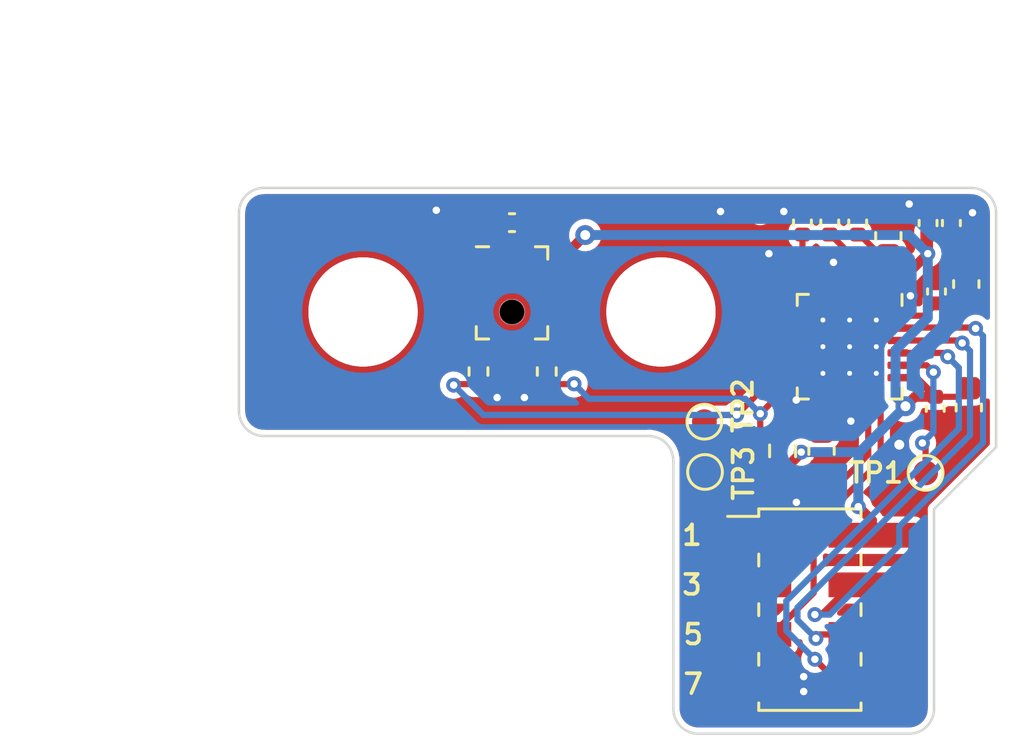
<source format=kicad_pcb>
(kicad_pcb (version 20210424) (generator pcbnew)
  (layers (0 "F.Cu" signal) (31 "B.Cu" signal) (34 "B.Paste" user) (35 "F.Paste" user) (36 "B.SilkS" user "B.Silkscreen") (37 "F.SilkS" user "F.Silkscreen") (38 "B.Mask" user) (39 "F.Mask" user) (44 "Edge.Cuts" user))
  (net 0 "")
  (net 1 "GND")
  (net 2 "Net-(C102-Pad2)")
  (net 3 "+3V3")
  (net 4 "Net-(C103-Pad2)")
  (net 5 "Net-(C104-Pad2)")
  (net 6 "/SHDNZ")
  (net 7 "/SDOUT")
  (net 8 "/SCL")
  (net 9 "/BCLK")
  (net 10 "/SDA")
  (net 11 "/FSYNC")
  (net 12 "Net-(C108-Pad2)")
  (net 13 "Net-(MIC101-Pad1)")
  (net 14 "Net-(MIC101-Pad4)")
  (net 15 "Net-(R101-Pad2)")
  (net 16 "Net-(R102-Pad2)")
  (net 20 "Net-(TP1-Pad1)")
  (footprint "Capacitor_SMD:C_0402_1005Metric" (layer "F.Cu") (at 12.8 -3.6 -90)
    (fp_text reference "C103" hide)
    (fp_text value "1uF")
    (fp_line (start -0.107836 -0.36) (end 0.107836 -0.36) (layer "F.SilkS") (width 0.12))
    (fp_line (start -0.107836 0.36) (end 0.107836 0.36) (layer "F.SilkS") (width 0.12))
    (pad "1" smd roundrect locked (at -0.48 0 270) (size 0.56 0.62) (layers "F.Cu" "F.Paste" "F.Mask") (net 1 "GND"))
    (pad "2" smd roundrect locked (at 0.48 0 270) (size 0.56 0.62) (layers "F.Cu" "F.Paste" "F.Mask") (net 4 "Net-(C103-Pad2)"))
  )
  (footprint "Capacitor_SMD:C_0402_1005Metric" (layer "F.Cu") (at 17.1 -0.825 -90)
    (fp_text reference "C109" hide)
    (fp_text value "100nF")
    (fp_line (start -0.107836 -0.36) (end 0.107836 -0.36) (layer "F.SilkS") (width 0.12))
    (fp_line (start -0.107836 0.36) (end 0.107836 0.36) (layer "F.SilkS") (width 0.12))
    (pad "1" smd roundrect locked (at -0.48 0 270) (size 0.56 0.62) (layers "F.Cu" "F.Paste" "F.Mask") (net 1 "GND"))
    (pad "2" smd roundrect locked (at 0.48 0 270) (size 0.56 0.62) (layers "F.Cu" "F.Paste" "F.Mask") (net 12 "Net-(C108-Pad2)"))
  )
  (footprint "TestPoint:TestPoint_Pad_D1.0mm" (layer "F.Cu") (at 16.660284 6.485377)
    (fp_text reference "TP1" (at -2 0) (layer "F.SilkS") (effects (font (size 0.8 0.8))))
    (fp_text value "TestPoint")
    (fp_circle (center 0 0) (end 0 0.7) (layer "F.SilkS") (width 0.12) (fill none))
    (pad "1" smd circle locked (at 0 0) (size 1 1) (layers "F.Cu" "F.Mask") (net 20 "Net-(TP1-Pad1)"))
  )
  (footprint "Capacitor_SMD:C_0603_1608Metric" (layer "F.Cu") (at 15.16 -3.06 -90)
    (fp_text reference "C104" hide)
    (fp_text value "10uF")
    (fp_line (start -0.14058 0.51) (end 0.14058 0.51) (layer "F.SilkS") (width 0.12))
    (fp_line (start -0.14058 -0.51) (end 0.14058 -0.51) (layer "F.SilkS") (width 0.12))
    (pad "1" smd roundrect locked (at -0.775 0 270) (size 0.9 0.95) (layers "F.Cu" "F.Paste" "F.Mask") (net 1 "GND"))
    (pad "2" smd roundrect locked (at 0.775 0 270) (size 0.9 0.95) (layers "F.Cu" "F.Paste" "F.Mask") (net 5 "Net-(C104-Pad2)"))
  )
  (footprint "Capacitor_SMD:C_0402_1005Metric" (layer "F.Cu") (at 17.05 3.9 -90)
    (fp_text reference "C111" hide)
    (fp_text value "100nF")
    (fp_line (start -0.107836 -0.36) (end 0.107836 -0.36) (layer "F.SilkS") (width 0.12))
    (fp_line (start -0.107836 0.36) (end 0.107836 0.36) (layer "F.SilkS") (width 0.12))
    (pad "1" smd roundrect locked (at -0.48 0 270) (size 0.56 0.62) (layers "F.Cu" "F.Paste" "F.Mask") (net 3 "+3V3"))
    (pad "2" smd roundrect locked (at 0.48 0 270) (size 0.56 0.62) (layers "F.Cu" "F.Paste" "F.Mask") (net 1 "GND"))
  )
  (footprint "TestPoint:TestPoint_Pad_D1.0mm" (layer "F.Cu") (at 7.775 6.45)
    (fp_text reference "TP3" (at 1.55 0.05 90) (layer "F.SilkS") (effects (font (size 0.8 0.8))))
    (fp_text value "TestPoint")
    (fp_circle (center 0 0) (end 0 0.7) (layer "F.SilkS") (width 0.12) (fill none))
    (pad "1" smd circle locked (at 0 0) (size 1 1) (layers "F.Cu" "F.Mask") (net 16 "Net-(R102-Pad2)"))
  )
  (footprint "Capacitor_SMD:C_0603_1608Metric" (layer "F.Cu") (at 18.4 3.85 -90)
    (fp_text reference "C110" hide)
    (fp_text value "10uF")
    (fp_line (start -0.14058 -0.51) (end 0.14058 -0.51) (layer "F.SilkS") (width 0.12))
    (fp_line (start -0.14058 0.51) (end 0.14058 0.51) (layer "F.SilkS") (width 0.12))
    (pad "1" smd roundrect locked (at -0.775 0 270) (size 0.9 0.95) (layers "F.Cu" "F.Paste" "F.Mask") (net 3 "+3V3"))
    (pad "2" smd roundrect locked (at 0.775 0 270) (size 0.9 0.95) (layers "F.Cu" "F.Paste" "F.Mask") (net 1 "GND"))
  )
  (footprint "Capacitor_SMD:C_0603_1608Metric" (layer "F.Cu") (at 12.468745 5.6 90)
    (fp_text reference "C112" hide)
    (fp_text value "1uF")
    (fp_line (start -0.14058 -0.51) (end 0.14058 -0.51) (layer "F.SilkS") (width 0.12))
    (fp_line (start -0.14058 0.51) (end 0.14058 0.51) (layer "F.SilkS") (width 0.12))
    (pad "1" smd roundrect locked (at -0.775 0 90) (size 0.9 0.95) (layers "F.Cu" "F.Paste" "F.Mask") (net 1 "GND"))
    (pad "2" smd roundrect locked (at 0.775 0 90) (size 0.9 0.95) (layers "F.Cu" "F.Paste" "F.Mask") (net 6 "/SHDNZ"))
  )
  (footprint "Capacitor_SMD:C_0402_1005Metric" (layer "F.Cu") (at 16.76 -3.585 -90)
    (fp_text reference "C107" hide)
    (fp_text value "100nF")
    (fp_line (start -0.107836 0.36) (end 0.107836 0.36) (layer "F.SilkS") (width 0.12))
    (fp_line (start -0.107836 -0.36) (end 0.107836 -0.36) (layer "F.SilkS") (width 0.12))
    (pad "1" smd roundrect locked (at -0.48 0 270) (size 0.56 0.62) (layers "F.Cu" "F.Paste" "F.Mask") (net 1 "GND"))
    (pad "2" smd roundrect locked (at 0.48 0 270) (size 0.56 0.62) (layers "F.Cu" "F.Paste" "F.Mask") (net 3 "+3V3"))
  )
  (footprint "Mounting_Wuerth:Mounting_Wuerth_WA-SMSI-M3_H7mm_9774070360" (layer "F.Cu") (at 6 0)
    (fp_text reference "H102" hide)
    (fp_text value "wurth-spacer-WA-SMSI-9774070360")
    (pad "" np_thru_hole circle locked (at 0 0) (size 4.4 4.4) (drill 4.4) (layers *.Cu *.Mask))
    (pad "1" smd circle locked (at -2.95 0) (size 1.1 1.1) (layers "F.Cu") (net 1 "GND"))
    (pad "1" smd circle locked (at 0 -2.95) (size 1.1 1.1) (layers "F.Cu") (net 1 "GND"))
    (pad "1" smd circle locked (at 0 2.95) (size 1.1 1.1) (layers "F.Cu") (net 1 "GND"))
    (pad "1" smd custom locked (at 2.95 0) (size 1.1 1.1) (layers "F.Cu" "F.Mask") (net 1 "GND") (options (clearance outline) (anchor circle)) (primitives (gr_circle (center -2.95 0) (end 0 0) (width 1.5))))
  )
  (footprint "Resistor_SMD:R_0402_1005Metric" (layer "F.Cu") (at 1.4 2.4 -90)
    (fp_text reference "R102" hide)
    (fp_text value "22R")
    (fp_line (start -0.153641 0.38) (end 0.153641 0.38) (layer "F.SilkS") (width 0.12))
    (fp_line (start -0.153641 -0.38) (end 0.153641 -0.38) (layer "F.SilkS") (width 0.12))
    (pad "1" smd roundrect locked (at -0.51 0 270) (size 0.54 0.64) (layers "F.Cu" "F.Paste" "F.Mask") (net 14 "Net-(MIC101-Pad4)"))
    (pad "2" smd roundrect locked (at 0.51 0 270) (size 0.54 0.64) (layers "F.Cu" "F.Paste" "F.Mask") (net 16 "Net-(R102-Pad2)"))
  )
  (footprint "jeffmakes-footprints:PinHeader_2x04_P2.00mm_Vertical_SMD_AMPMODU" (layer "F.Cu") (at 12 12)
    (fp_text reference "J101" hide)
    (fp_text value "2842142-4")
    (fp_line (start -2.06 -4.06) (end -2.06 -3.76) (layer "F.SilkS") (width 0.12))
    (fp_line (start -2.06 -2.24) (end -2.06 -1.76) (layer "F.SilkS") (width 0.12))
    (fp_line (start -2.06 1.76) (end -2.06 2.24) (layer "F.SilkS") (width 0.12))
    (fp_line (start -2.06 4.06) (end 2.06 4.06) (layer "F.SilkS") (width 0.12))
    (fp_line (start 2.06 -2.24) (end 2.06 -1.76) (layer "F.SilkS") (width 0.12))
    (fp_line (start -2.06 3.76) (end -2.06 4.06) (layer "F.SilkS") (width 0.12))
    (fp_line (start -3.315 -3.76) (end -2.06 -3.76) (layer "F.SilkS") (width 0.12))
    (fp_line (start -2.06 -4.06) (end 2.06 -4.06) (layer "F.SilkS") (width 0.12))
    (fp_line (start 2.06 1.76) (end 2.06 2.24) (layer "F.SilkS") (width 0.12))
    (fp_line (start 2.06 -0.24) (end 2.06 0.24) (layer "F.SilkS") (width 0.12))
    (fp_line (start -2.06 -0.24) (end -2.06 0.24) (layer "F.SilkS") (width 0.12))
    (fp_line (start 2.06 -4.06) (end 2.06 -3.76) (layer "F.SilkS") (width 0.12))
    (fp_line (start 2.06 3.76) (end 2.06 4.06) (layer "F.SilkS") (width 0.12))
    (pad "1" smd rect locked (at -2.5 -3) (size 3.5 1) (layers "F.Cu" "F.Paste" "F.Mask") (net 6 "/SHDNZ"))
    (pad "2" smd rect locked (at 2.5 -3) (size 3.5 1) (layers "F.Cu" "F.Paste" "F.Mask") (net 3 "+3V3"))
    (pad "3" smd rect locked (at -2.5 -1) (size 3.5 1) (layers "F.Cu" "F.Paste" "F.Mask") (net 8 "/SCL"))
    (pad "4" smd rect locked (at 2.5 -1) (size 3.5 1) (layers "F.Cu" "F.Paste" "F.Mask") (net 11 "/FSYNC"))
    (pad "5" smd rect locked (at -2.5 1) (size 3.5 1) (layers "F.Cu" "F.Paste" "F.Mask") (net 10 "/SDA"))
    (pad "6" smd rect locked (at 2.5 1) (size 3.5 1) (layers "F.Cu" "F.Paste" "F.Mask") (net 9 "/BCLK"))
    (pad "7" smd rect locked (at -2.5 3) (size 3.5 1) (layers "F.Cu" "F.Paste" "F.Mask") (net 1 "GND"))
    (pad "8" smd rect locked (at 2.5 3) (size 3.5 1) (layers "F.Cu" "F.Paste" "F.Mask") (net 7 "/SDOUT"))
  )
  (footprint "Resistor_SMD:R_0402_1005Metric" (layer "F.Cu") (at -1.35 2.4 -90)
    (fp_text reference "R101" hide)
    (fp_text value "22R")
    (fp_line (start -0.153641 -0.38) (end 0.153641 -0.38) (layer "F.SilkS") (width 0.12))
    (fp_line (start -0.153641 0.38) (end 0.153641 0.38) (layer "F.SilkS") (width 0.12))
    (pad "1" smd roundrect locked (at -0.51 0 270) (size 0.54 0.64) (layers "F.Cu" "F.Paste" "F.Mask") (net 13 "Net-(MIC101-Pad1)"))
    (pad "2" smd roundrect locked (at 0.51 0 270) (size 0.54 0.64) (layers "F.Cu" "F.Paste" "F.Mask") (net 15 "Net-(R101-Pad2)"))
  )
  (footprint "Package_DFN_QFN:QFN-24-1EP_4x4mm_P0.5mm_EP2.65x2.65mm_ThermalVias" (layer "F.Cu") (at 13.6 1.4 -90)
    (fp_text reference "U101" hide)
    (fp_text value "PCMD3180")
    (fp_line (start 1.66 2.11) (end 2.11 2.11) (layer "F.SilkS") (width 0.12))
    (fp_line (start 1.66 -2.11) (end 2.11 -2.11) (layer "F.SilkS") (width 0.12))
    (fp_line (start -1.66 -2.11) (end -2.11 -2.11) (layer "F.SilkS") (width 0.12))
    (fp_line (start 2.11 -2.11) (end 2.11 -1.66) (layer "F.SilkS") (width 0.12))
    (fp_line (start -2.11 2.11) (end -2.11 1.66) (layer "F.SilkS") (width 0.12))
    (fp_line (start -1.66 2.11) (end -2.11 2.11) (layer "F.SilkS") (width 0.12))
    (fp_line (start 2.11 2.11) (end 2.11 1.66) (layer "F.SilkS") (width 0.12))
    (pad "1" smd roundrect locked (at -1.95 -1.25 270) (size 0.85 0.3) (layers "F.Cu" "F.Paste" "F.Mask") (net 3 "+3V3"))
    (pad "2" smd roundrect locked (at -1.95 -0.75 270) (size 0.85 0.3) (layers "F.Cu" "F.Paste" "F.Mask") (net 5 "Net-(C104-Pad2)"))
    (pad "3" smd roundrect locked (at -1.95 -0.25 270) (size 0.85 0.3) (layers "F.Cu" "F.Paste" "F.Mask") (net 4 "Net-(C103-Pad2)"))
    (pad "4" smd roundrect locked (at -1.95 0.25 270) (size 0.85 0.3) (layers "F.Cu" "F.Paste" "F.Mask") (net 1 "GND"))
    (pad "5" smd roundrect locked (at -1.95 0.75 270) (size 0.85 0.3) (layers "F.Cu" "F.Paste" "F.Mask") (net 2 "Net-(C102-Pad2)"))
    (pad "6" smd roundrect locked (at -1.95 1.25 270) (size 0.85 0.3) (layers "F.Cu" "F.Paste" "F.Mask") (net 15 "Net-(R101-Pad2)"))
    (pad "7" smd roundrect locked (at -1.25 1.95 270) (size 0.3 0.85) (layers "F.Cu" "F.Paste" "F.Mask") (net 16 "Net-(R102-Pad2)"))
    (pad "8" smd roundrect locked (at -0.75 1.95 270) (size 0.3 0.85) (layers "F.Cu" "F.Paste" "F.Mask") (net 1 "GND"))
    (pad "9" smd roundrect locked (at -0.25 1.95 270) (size 0.3 0.85) (layers "F.Cu" "F.Paste" "F.Mask"))
    (pad "10" smd roundrect locked (at 0.25 1.95 270) (size 0.3 0.85) (layers "F.Cu" "F.Paste" "F.Mask") (net 1 "GND"))
    (pad "11" smd roundrect locked (at 0.75 1.95 270) (size 0.3 0.85) (layers "F.Cu" "F.Paste" "F.Mask"))
    (pad "12" smd roundrect locked (at 1.25 1.95 270) (size 0.3 0.85) (layers "F.Cu" "F.Paste" "F.Mask") (net 1 "GND"))
    (pad "13" smd roundrect locked (at 1.95 1.25 270) (size 0.85 0.3) (layers "F.Cu" "F.Paste" "F.Mask"))
    (pad "14" smd roundrect locked (at 1.95 0.75 270) (size 0.85 0.3) (layers "F.Cu" "F.Paste" "F.Mask") (net 6 "/SHDNZ"))
    (pad "15" smd roundrect locked (at 1.95 0.25 270) (size 0.85 0.3) (layers "F.Cu" "F.Paste" "F.Mask") (net 1 "GND"))
    (pad "16" smd roundrect locked (at 1.95 -0.25 270) (size 0.85 0.3) (layers "F.Cu" "F.Paste" "F.Mask") (net 1 "GND"))
    (pad "17" smd roundrect locked (at 1.95 -0.75 270) (size 0.85 0.3) (layers "F.Cu" "F.Paste" "F.Mask") (net 8 "/SCL"))
    (pad "18" smd roundrect locked (at 1.95 -1.25 270) (size 0.85 0.3) (layers "F.Cu" "F.Paste" "F.Mask") (net 10 "/SDA"))
    (pad "19" smd roundrect locked (at 1.25 -1.95 270) (size 0.3 0.85) (layers "F.Cu" "F.Paste" "F.Mask") (net 3 "+3V3"))
    (pad "20" smd roundrect locked (at 0.75 -1.95 270) (size 0.3 0.85) (layers "F.Cu" "F.Paste" "F.Mask") (net 20 "Net-(TP1-Pad1)"))
    (pad "21" smd roundrect locked (at 0.25 -1.95 270) (size 0.3 0.85) (layers "F.Cu" "F.Paste" "F.Mask") (net 7 "/SDOUT"))
    (pad "22" smd roundrect locked (at -0.25 -1.95 270) (size 0.3 0.85) (layers "F.Cu" "F.Paste" "F.Mask") (net 9 "/BCLK"))
    (pad "23" smd roundrect locked (at -0.75 -1.95 270) (size 0.3 0.85) (layers "F.Cu" "F.Paste" "F.Mask") (net 11 "/FSYNC"))
    (pad "24" smd roundrect locked (at -1.25 -1.95 270) (size 0.3 0.85) (layers "F.Cu" "F.Paste" "F.Mask") (net 12 "Net-(C108-Pad2)"))
    (pad "25" thru_hole circle locked (at 1.075 0 270) (size 0.5 0.5) (drill 0.2) (layers *.Cu) (net 1 "GND"))
    (pad "25" thru_hole circle locked (at 0 0 270) (size 0.5 0.5) (drill 0.2) (layers *.Cu) (net 1 "GND"))
    (pad "25" thru_hole circle locked (at 0 1.075 270) (size 0.5 0.5) (drill 0.2) (layers *.Cu) (net 1 "GND"))
    (pad "25" smd rect locked (at 0 0 270) (size 2.65 2.65) (layers "F.Cu" "F.Mask") (net 1 "GND"))
    (pad "25" thru_hole circle locked (at 1.075 1.075 270) (size 0.5 0.5) (drill 0.2) (layers *.Cu) (net 1 "GND"))
    (pad "25" thru_hole circle locked (at -1.075 0 270) (size 0.5 0.5) (drill 0.2) (layers *.Cu) (net 1 "GND"))
    (pad "25" thru_hole circle locked (at -1.075 -1.075 270) (size 0.5 0.5) (drill 0.2) (layers *.Cu) (net 1 "GND"))
    (pad "25" thru_hole circle locked (at -1.075 1.075 270) (size 0.5 0.5) (drill 0.2) (layers *.Cu) (net 1 "GND"))
    (pad "25" thru_hole circle locked (at 1.075 -1.075 270) (size 0.5 0.5) (drill 0.2) (layers *.Cu) (net 1 "GND"))
    (pad "25" smd rect locked (at 0 0 270) (size 2.65 2.65) (layers "B.Cu") (net 1 "GND"))
    (pad "25" thru_hole circle locked (at 0 -1.075 270) (size 0.5 0.5) (drill 0.2) (layers *.Cu) (net 1 "GND"))
  )
  (footprint "Mounting_Wuerth:Mounting_Wuerth_WA-SMSI-M3_H7mm_9774070360" (layer "F.Cu") (at -6 0)
    (fp_text reference "H101" hide)
    (fp_text value "wurth-spacer-WA-SMSI-9774070360")
    (pad "" np_thru_hole circle locked (at 0 0) (size 4.4 4.4) (drill 4.4) (layers *.Cu *.Mask))
    (pad "1" smd circle locked (at -2.95 0) (size 1.1 1.1) (layers "F.Cu") (net 1 "GND"))
    (pad "1" smd circle locked (at 0 -2.95) (size 1.1 1.1) (layers "F.Cu") (net 1 "GND"))
    (pad "1" smd circle locked (at 0 2.95) (size 1.1 1.1) (layers "F.Cu") (net 1 "GND"))
    (pad "1" smd custom locked (at 2.95 0) (size 1.1 1.1) (layers "F.Cu" "F.Mask") (net 1 "GND") (options (clearance outline) (anchor circle)) (primitives (gr_circle (center -2.95 0) (end 0 0) (width 1.5))))
  )
  (footprint "Capacitor_SMD:C_0402_1005Metric" (layer "F.Cu") (at 17.7 -3.585 -90)
    (fp_text reference "C106" hide)
    (fp_text value "1uF")
    (fp_line (start -0.107836 0.36) (end 0.107836 0.36) (layer "F.SilkS") (width 0.12))
    (fp_line (start -0.107836 -0.36) (end 0.107836 -0.36) (layer "F.SilkS") (width 0.12))
    (pad "1" smd roundrect locked (at -0.48 0 270) (size 0.56 0.62) (layers "F.Cu" "F.Paste" "F.Mask") (net 1 "GND"))
    (pad "2" smd roundrect locked (at 0.48 0 270) (size 0.56 0.62) (layers "F.Cu" "F.Paste" "F.Mask") (net 3 "+3V3"))
  )
  (footprint "Fiducial:Fiducial_0.5mm_Mask1mm" (layer "F.Cu") (at -10 4)
    (fp_text reference "FID2" hide)
    (fp_text value "Fiducial" hide)
    (pad "" smd circle locked (at 0 0) (size 0.5 0.5) (layers "F.Cu" "F.Mask") (clearance 0.25))
  )
  (footprint "Capacitor_SMD:C_0402_1005Metric" (layer "F.Cu") (at 11.7 -3.6 -90)
    (fp_text reference "C102" hide)
    (fp_text value "1uF")
    (fp_line (start -0.107836 0.36) (end 0.107836 0.36) (layer "F.SilkS") (width 0.12))
    (fp_line (start -0.107836 -0.36) (end 0.107836 -0.36) (layer "F.SilkS") (width 0.12))
    (pad "1" smd roundrect locked (at -0.48 0 270) (size 0.56 0.62) (layers "F.Cu" "F.Paste" "F.Mask") (net 1 "GND"))
    (pad "2" smd roundrect locked (at 0.48 0 270) (size 0.56 0.62) (layers "F.Cu" "F.Paste" "F.Mask") (net 2 "Net-(C102-Pad2)"))
  )
  (footprint "Fiducial:Fiducial_0.5mm_Mask1mm" (layer "F.Cu") (at 10 -4)
    (fp_text reference "FID1" hide)
    (fp_text value "Fiducial" hide)
    (pad "" smd circle locked (at 0 0) (size 0.5 0.5) (layers "F.Cu" "F.Mask") (clearance 0.25))
  )
  (footprint "Sensor_Audio:Knowles_LGA-5_3.5x2.65mm" (layer "F.Cu") (at 0 -0.77)
    (fp_text reference "MIC101" hide)
    (fp_text value "SPH0641LU4H-1")
    (fp_line (start -0.94 -1.86) (end -1.44 -1.86) (layer "F.SilkS") (width 0.12))
    (fp_line (start 1.44 1.36) (end 1.44 1.86) (layer "F.SilkS") (width 0.12))
    (fp_line (start 1.44 -1.86) (end 1.44 -1.36) (layer "F.SilkS") (width 0.12))
    (fp_line (start 1.44 1.86) (end 0.94 1.86) (layer "F.SilkS") (width 0.12))
    (fp_line (start -0.94 1.86) (end -1.44 1.86) (layer "F.SilkS") (width 0.12))
    (fp_line (start -1.44 1.36) (end -1.44 1.86) (layer "F.SilkS") (width 0.12))
    (fp_line (start 1.44 -1.86) (end 0.94 -1.86) (layer "F.SilkS") (width 0.12))
    (pad "" np_thru_hole circle locked (at 0 0.77) (size 1 1) (drill 1) (layers "Dwgs.User"))
    (pad "1" smd rect locked (at -0.8375 -1.304) (size 0.725 0.522) (layers "F.Cu" "F.Paste" "F.Mask") (net 13 "Net-(MIC101-Pad1)"))
    (pad "2" smd rect locked (at -0.8375 -0.482) (size 0.725 0.522) (layers "F.Cu" "F.Paste" "F.Mask") (net 3 "+3V3"))
    (pad "3" smd custom locked (at 0 1.4325) (size 0.3 0.3) (layers "F.Cu" "F.Mask") (net 1 "GND") (options (clearance outline) (anchor circle)) (primitives (gr_circle (center 0 -0.6625) (end 0.6625 -0.6625) (width 0.3))))
    (pad "4" smd rect locked (at 0.8375 -0.482) (size 0.725 0.522) (layers "F.Cu" "F.Paste" "F.Mask") (net 14 "Net-(MIC101-Pad4)"))
    (pad "5" smd rect locked (at 0.8375 -1.304) (size 0.725 0.522) (layers "F.Cu" "F.Paste" "F.Mask") (net 3 "+3V3"))
  )
  (footprint "Resistor_SMD:R_0603_1608Metric" (layer "F.Cu") (at 10.9 5.6 -90)
    (fp_text reference "R103" hide)
    (fp_text value "100k")
    (fp_line (start -0.237258 0.5225) (end 0.237258 0.5225) (layer "F.SilkS") (width 0.12))
    (fp_line (start -0.237258 -0.5225) (end 0.237258 -0.5225) (layer "F.SilkS") (width 0.12))
    (pad "1" smd roundrect locked (at -0.825 0 270) (size 0.8 0.95) (layers "F.Cu" "F.Paste" "F.Mask") (net 6 "/SHDNZ"))
    (pad "2" smd roundrect locked (at 0.825 0 270) (size 0.8 0.95) (layers "F.Cu" "F.Paste" "F.Mask") (net 3 "+3V3"))
  )
  (footprint "TestPoint:TestPoint_Pad_D1.0mm" (layer "F.Cu") (at 7.75 4.425)
    (fp_text reference "TP2" (at 1.55 -0.65 90) (layer "F.SilkS") (effects (font (size 0.8 0.8))))
    (fp_text value "TestPoint")
    (fp_circle (center 0 0) (end 0 0.7) (layer "F.SilkS") (width 0.12) (fill none))
    (pad "1" smd circle locked (at 0 0) (size 1 1) (layers "F.Cu" "F.Mask") (net 15 "Net-(R101-Pad2)"))
  )
  (footprint "Capacitor_SMD:C_0603_1608Metric" (layer "F.Cu") (at 18.3 -1.125 -90)
    (fp_text reference "C108" hide)
    (fp_text value "10uF")
    (fp_line (start -0.14058 0.51) (end 0.14058 0.51) (layer "F.SilkS") (width 0.12))
    (fp_line (start -0.14058 -0.51) (end 0.14058 -0.51) (layer "F.SilkS") (width 0.12))
    (pad "1" smd roundrect locked (at -0.775 0 270) (size 0.9 0.95) (layers "F.Cu" "F.Paste" "F.Mask") (net 1 "GND"))
    (pad "2" smd roundrect locked (at 0.775 0 270) (size 0.9 0.95) (layers "F.Cu" "F.Paste" "F.Mask") (net 12 "Net-(C108-Pad2)"))
  )
  (footprint "Capacitor_SMD:C_0402_1005Metric" (layer "F.Cu") (at 13.925 -3.6 -90)
    (fp_text reference "C105" hide)
    (fp_text value "100nF")
    (fp_line (start -0.107836 0.36) (end 0.107836 0.36) (layer "F.SilkS") (width 0.12))
    (fp_line (start -0.107836 -0.36) (end 0.107836 -0.36) (layer "F.SilkS") (width 0.12))
    (pad "1" smd roundrect locked (at -0.48 0 270) (size 0.56 0.62) (layers "F.Cu" "F.Paste" "F.Mask") (net 1 "GND"))
    (pad "2" smd roundrect locked (at 0.48 0 270) (size 0.56 0.62) (layers "F.Cu" "F.Paste" "F.Mask") (net 5 "Net-(C104-Pad2)"))
  )
  (footprint "Capacitor_SMD:C_0402_1005Metric" (layer "F.Cu") (at 0 -3.6 180)
    (fp_text reference "C101" hide)
    (fp_text value "100nF")
    (fp_line (start -0.107836 -0.36) (end 0.107836 -0.36) (layer "F.SilkS") (width 0.12))
    (fp_line (start -0.107836 0.36) (end 0.107836 0.36) (layer "F.SilkS") (width 0.12))
    (pad "1" smd roundrect locked (at -0.48 0 180) (size 0.56 0.62) (layers "F.Cu" "F.Paste" "F.Mask") (net 3 "+3V3"))
    (pad "2" smd roundrect locked (at 0.48 0 180) (size 0.56 0.62) (layers "F.Cu" "F.Paste" "F.Mask") (net 1 "GND"))
  )
  (gr_arc (start -10.000003 -4) (end -11 -4) (angle 90) (layer "Edge.Cuts") (width 0.1))
  (gr_line (start 5.5 5) (end -10 5) (layer "Edge.Cuts") (width 0.1))
  (gr_arc (start 7.5 16.000003) (end 7.5 17) (angle 90) (layer "Edge.Cuts") (width 0.1))
  (gr_arc (start 16.000003 16) (end 17 16) (angle 90) (layer "Edge.Cuts") (width 0.1))
  (gr_line (start 19.5 5.45) (end 17 7.95) (layer "Edge.Cuts") (width 0.1))
  (gr_line (start -10 -5) (end 18.5 -5) (layer "Edge.Cuts") (width 0.1))
  (gr_line (start 17 7.95) (end 17 16) (layer "Edge.Cuts") (width 0.1))
  (gr_arc (start 5.5 5.999997) (end 5.5 5) (angle 90) (layer "Edge.Cuts") (width 0.1))
  (gr_line (start 6.5 16) (end 6.5 6) (layer "Edge.Cuts") (width 0.1))
  (gr_line (start 16 17) (end 7.5 17) (layer "Edge.Cuts") (width 0.1))
  (gr_arc (start 18.5 -4.000003) (end 18.5 -5) (angle 90) (layer "Edge.Cuts") (width 0.1))
  (gr_arc (start -10 4.000003) (end -10 5) (angle 90) (layer "Edge.Cuts") (width 0.1))
  (gr_line (start 19.5 -4) (end 19.5 5.45) (layer "Edge.Cuts") (width 0.1))
  (gr_line (start -11 4) (end -11 -4) (layer "Edge.Cuts") (width 0.1))
  (gr_text "5" (at 7.3 13) (layer "F.SilkS") (effects (font (size 0.8 0.8))))
  (gr_text "7" (at 7.3 15) (layer "F.SilkS") (effects (font (size 0.8 0.8))))
  (gr_text "3" (at 7.25 11) (layer "F.SilkS") (effects (font (size 0.8 0.8))))
  (gr_text "1" (at 7.25 9) (layer "F.SilkS") (effects (font (size 0.8 0.8))))
  (segment (start 11.15 0.659298) (end 10.9 0.909298) (width 0.25) (layer "F.Cu") (net 1))
  (segment (start 0 0.6625) (end 0 1.4) (width 0.25) (layer "F.Cu") (net 1))
  (segment (start 11.15 0.65) (end 11.15 0.659298) (width 0.25) (layer "F.Cu") (net 1))
  (segment (start 13.35 -0.55) (end 13.35 -1.6) (width 0.25) (layer "F.Cu") (net 1))
  (segment (start 13.35 3.35) (end 13.35 3.85) (width 0.25) (layer "F.Cu") (net 1))
  (segment (start 10.9 1.6) (end 10.9 2.6) (width 0.25) (layer "F.Cu") (net 1))
  (segment (start 10.9 2.6) (end 10.9 3) (width 0.25) (layer "F.Cu") (net 1))
  (segment (start 0 1.4) (end 0 1.85) (width 0.25) (layer "F.Cu") (net 1))
  (segment (start 11.65 1.65) (end 11.1 1.65) (width 0.25) (layer "F.Cu") (net 1))
  (segment (start 10.9 3) (end 11.45 3.55) (width 0.25) (layer "F.Cu") (net 1))
  (segment (start 13.35 -1.6) (end 12.95 -2) (width 0.25) (layer "F.Cu") (net 1))
  (segment (start 10.95 2.65) (end 10.9 2.6) (width 0.25) (layer "F.Cu") (net 1))
  (segment (start 10.9 0.909298) (end 10.9 1.6) (width 0.25) (layer "F.Cu") (net 1))
  (segment (start 10.95 1.65) (end 10.9 1.6) (width 0.25) (layer "F.Cu") (net 1))
  (segment (start 11.65 1.65) (end 10.95 1.65) (width 0.25) (layer "F.Cu") (net 1))
  (segment (start 11.65 0.65) (end 11.15 0.65) (width 0.25) (layer "F.Cu") (net 1))
  (segment (start 11.65 2.65) (end 10.95 2.65) (width 0.25) (layer "F.Cu") (net 1))
  (segment (start 11.65 2.65) (end 11.1 2.65) (width 0.25) (layer "F.Cu") (net 1))
  (segment (start -0.662569 0) (end -1.2 0) (width 0.25) (layer "F.Cu") (net 1))
  (segment (start 13.85 3.35) (end 13.85 3.85) (width 0.25) (layer "F.Cu") (net 1))
  (segment (start 11.65 0.65) (end 11.1 0.65) (width 0.25) (layer "F.Cu") (net 1))
  (via (at -0.6 3.45) (size 0.6) (drill 0.3) (layers "F.Cu" "B.Cu") (net 1))
  (via (at 15.6 5.35) (size 0.8) (drill 0.4) (layers "F.Cu" "B.Cu") (net 1))
  (via (at 0.5 3.45) (size 0.6) (drill 0.3) (layers "F.Cu" "B.Cu") (net 1))
  (via (at 11.75 14.7) (size 0.6) (drill 0.3) (layers "F.Cu" "B.Cu") (net 1))
  (via (at 13.65 4.4) (size 0.6) (drill 0.3) (layers "F.Cu" "B.Cu") (net 1))
  (via (at 12.95 -2) (size 0.6) (drill 0.3) (layers "F.Cu" "B.Cu") (net 1))
  (via (at 11.75 15.3) (size 0.6) (drill 0.3) (layers "F.Cu" "B.Cu") (net 1))
  (via (at 16 -4.35) (size 0.6) (drill 0.3) (layers "F.Cu" "B.Cu") (net 1))
  (via (at 10.35 -2.35) (size 0.6) (drill 0.3) (layers "F.Cu" "B.Cu") (net 1))
  (via (at -3.05 -4.1) (size 0.6) (drill 0.3) (layers "F.Cu" "B.Cu") (net 1))
  (via (at 16.04999 -0.65) (size 0.6) (drill 0.3) (layers "F.Cu" "B.Cu") (net 1))
  (via (at 18.55 -4) (size 0.6) (drill 0.3) (layers "F.Cu" "B.Cu") (net 1))
  (via (at 11.455944 7.673746) (size 0.6) (drill 0.3) (layers "F.Cu" "B.Cu") (net 1))
  (via (at 8.4 -4.05) (size 0.6) (drill 0.3) (layers "F.Cu" "B.Cu") (net 1))
  (via (at 11.45 3.55) (size 0.6) (drill 0.3) (layers "F.Cu" "B.Cu") (net 1))
  (via (at 10.95 -4.05) (size 0.6) (drill 0.3) (layers "F.Cu" "B.Cu") (net 1))
  (segment (start 12.85 -1.1) (end 12.85 -0.55) (width 0.25) (layer "F.Cu") (net 2))
  (segment (start 11.7 -3.12) (end 11.7 -2.25) (width 0.25) (layer "F.Cu") (net 2))
  (segment (start 11.7 -2.25) (end 12.85 -1.1) (width 0.25) (layer "F.Cu") (net 2))
  (segment (start 14.5 8.4) (end 13.95 7.85) (width 0.4) (layer "F.Cu") (net 3))
  (segment (start 15.9 2.65) (end 16.28 2.65) (width 0.3) (layer "F.Cu") (net 3))
  (segment (start 0.8375 -2.074) (end 1.924 -2.074) (width 0.4) (layer "F.Cu") (net 3))
  (segment (start 15.55 2.65) (end 15.9 2.65) (width 0.25) (layer "F.Cu") (net 3))
  (segment (start 10.9 6.418421) (end 10.825 6.493421) (width 0.25) (layer "F.Cu") (net 3))
  (segment (start 1.924 -2.074) (end 2.95 -3.1) (width 0.4) (layer "F.Cu") (net 3))
  (segment (start 16.23 3.42) (end 15.85 3.8) (width 0.4) (layer "F.Cu") (net 3))
  (segment (start -0.371002 -1.252) (end 0.450998 -2.074) (width 0.25) (layer "F.Cu") (net 3))
  (segment (start 11.181579 6.418421) (end 10.9 6.418421) (width 0.4) (layer "F.Cu") (net 3))
  (segment (start 16.76 -3.105) (end 17.66 -3.105) (width 0.4) (layer "F.Cu") (net 3))
  (segment (start 0.450998 -2.074) (end 0.8375 -2.074) (width 0.25) (layer "F.Cu") (net 3))
  (segment (start 17.05 3.42) (end 16.23 3.42) (width 0.4) (layer "F.Cu") (net 3))
  (segment (start 16.28 2.65) (end 17.05 3.42) (width 0.3) (layer "F.Cu") (net 3))
  (segment (start -0.8375 -1.252) (end -0.371002 -1.252) (width 0.25) (layer "F.Cu") (net 3))
  (segment (start 17.05 3.42) (end 18.055 3.42) (width 0.25) (layer "F.Cu") (net 3))
  (segment (start 18.055 3.42) (end 18.4 3.075) (width 0.25) (layer "F.Cu") (net 3))
  (segment (start 15.7 -1.3) (end 16.75 -2.35) (width 0.4) (layer "F.Cu") (net 3))
  (segment (start 14.5 9) (end 14.5 8.4) (width 0.4) (layer "F.Cu") (net 3))
  (segment (start 16.76 -2.36) (end 16.76 -3.105) (width 0.4) (layer "F.Cu") (net 3))
  (segment (start 14.85 -0.55) (end 14.85 -1.05) (width 0.3) (layer "F.Cu") (net 3))
  (segment (start 15.7 -1.3) (end 15.1 -1.3) (width 0.4) (layer "F.Cu") (net 3))
  (segment (start 0.8375 -3.2425) (end 0.48 -3.6) (width 0.25) (layer "F.Cu") (net 3))
  (segment (start 11.65 5.675) (end 10.9 6.425) (width 0.4) (layer "F.Cu") (net 3))
  (segment (start 0.8375 -2.074) (end 0.8375 -3.2425) (width 0.25) (layer "F.Cu") (net 3))
  (segment (start 10.825 6.493421) (end 10.825 6.725) (width 0.25) (layer "F.Cu") (net 3))
  (segment (start 16.75 -2.35) (end 16.76 -2.36) (width 0.4) (layer "F.Cu") (net 3))
  (segment (start 14.85 -1.05) (end 15.1 -1.3) (width 0.3) (layer "F.Cu") (net 3))
  (segment (start 11.65 5.65) (end 11.65 5.675) (width 0.4) (layer "F.Cu") (net 3))
  (via (at 16.75 -2.35) (size 0.6) (drill 0.3) (layers "F.Cu" "B.Cu") (net 3))
  (via (at 13.95 7.85) (size 0.6) (drill 0.3) (layers "F.Cu" "B.Cu") (net 3))
  (via (at 2.95 -3.1) (size 0.8) (drill 0.4) (layers "F.Cu" "B.Cu") (net 3))
  (via (at 15.85 3.8) (size 0.8) (drill 0.4) (layers "F.Cu" "B.Cu") (net 3))
  (via (at 11.65 5.65) (size 0.6) (drill 0.3) (layers "F.Cu" "B.Cu") (net 3))
  (segment (start 16.75 0.2343) (end 16.75 -2.35) (width 0.4) (layer "B.Cu") (net 3))
  (segment (start 11.65 5.65) (end 14 5.65) (width 0.4) (layer "B.Cu") (net 3))
  (segment (start 16 -3.1) (end 2.95 -3.1) (width 0.4) (layer "B.Cu") (net 3))
  (segment (start 15.45 1.5343) (end 16.75 0.2343) (width 0.4) (layer "B.Cu") (net 3))
  (segment (start 13.95 5.7) (end 14 5.65) (width 0.4) (layer "B.Cu") (net 3))
  (segment (start 13.95 7.85) (end 13.95 5.7) (width 0.4) (layer "B.Cu") (net 3))
  (segment (start 15.45 3.4) (end 15.45 1.5343) (width 0.4) (layer "B.Cu") (net 3))
  (segment (start 16.75 -2.35) (end 16 -3.1) (width 0.4) (layer "B.Cu") (net 3))
  (segment (start 14 5.65) (end 15.85 3.8) (width 0.4) (layer "B.Cu") (net 3))
  (segment (start 15.85 3.8) (end 15.45 3.4) (width 0.4) (layer "B.Cu") (net 3))
  (segment (start 13.85 -0.55) (end 13.85 -2.101188) (width 0.25) (layer "F.Cu") (net 4))
  (segment (start 12.831188 -3.12) (end 12.8 -3.12) (width 0.25) (layer "F.Cu") (net 4))
  (segment (start 13.85 -2.101188) (end 12.831188 -3.12) (width 0.25) (layer "F.Cu") (net 4))
  (segment (start 14.35 -1.475) (end 15.16 -2.285) (width 0.25) (layer "F.Cu") (net 5))
  (segment (start 14.835 -2.285) (end 14 -3.12) (width 0.25) (layer "F.Cu") (net 5))
  (segment (start 15.16 -2.285) (end 14.835 -2.285) (width 0.25) (layer "F.Cu") (net 5))
  (segment (start 14.35 -0.55) (end 14.35 -1.475) (width 0.25) (layer "F.Cu") (net 5))
  (segment (start 8.75 8.875) (end 8.875 9) (width 0.25) (layer "F.Cu") (net 6))
  (segment (start 8.75 6.8) (end 9.85 5.7) (width 0.25) (layer "F.Cu") (net 6))
  (segment (start 10.977801 4.846222) (end 10.9 4.768421) (width 0.25) (layer "F.Cu") (net 6))
  (segment (start 12.85 4.464967) (end 12.468745 4.846222) (width 0.25) (layer "F.Cu") (net 6))
  (segment (start 10.9 4.768421) (end 10.781579 4.768421) (width 0.25) (layer "F.Cu") (net 6))
  (segment (start 8.75 7.4) (end 8.75 6.8) (width 0.25) (layer "F.Cu") (net 6))
  (segment (start 12.468745 4.846222) (end 10.977801 4.846222) (width 0.25) (layer "F.Cu") (net 6))
  (segment (start 8.75 7.4) (end 8.75 8.875) (width 0.25) (layer "F.Cu") (net 6))
  (segment (start 10.781579 4.768421) (end 9.85 5.7) (width 0.25) (layer "F.Cu") (net 6))
  (segment (start 12.85 3.35) (end 12.85 4.464967) (width 0.25) (layer "F.Cu") (net 6))
  (segment (start 14.5 15) (end 13.2 15) (width 0.25) (layer "F.Cu") (net 7))
  (segment (start 15.55 1.65) (end 17.4 1.65) (width 0.25) (layer "F.Cu") (net 7))
  (segment (start 13.2 15) (end 12.2 14) (width 0.25) (layer "F.Cu") (net 7))
  (segment (start 17.4 1.65) (end 17.55 1.8) (width 0.25) (layer "F.Cu") (net 7))
  (via (at 17.55 1.8) (size 0.6) (drill 0.3) (layers "F.Cu" "B.Cu") (net 7))
  (via (at 12.2 14) (size 0.6) (drill 0.3) (layers "F.Cu" "B.Cu") (net 7))
  (segment (start 17.55 1.8) (end 18 2.25) (width 0.25) (layer "B.Cu") (net 7))
  (segment (start 18 4.7) (end 11.05 11.65) (width 0.25) (layer "B.Cu") (net 7))
  (segment (start 11.05 12.85) (end 12.2 14) (width 0.25) (layer "B.Cu") (net 7))
  (segment (start 11.05 11.65) (end 11.05 12.85) (width 0.25) (layer "B.Cu") (net 7))
  (segment (start 18 2.25) (end 18 4.7) (width 0.25) (layer "B.Cu") (net 7))
  (segment (start 12.413589 7.6) (end 12.5 7.6) (width 0.25) (layer "F.Cu") (net 8))
  (segment (start 11.7 9.95) (end 11.7 8.313589) (width 0.25) (layer "F.Cu") (net 8))
  (segment (start 9.5 11) (end 10.65 11) (width 0.25) (layer "F.Cu") (net 8))
  (segment (start 9.6 11) (end 8.875 11) (width 0.25) (layer "F.Cu") (net 8))
  (segment (start 11.7 8.313589) (end 12.413589 7.6) (width 0.25) (layer "F.Cu") (net 8))
  (segment (start 10.65 11) (end 11.7 9.95) (width 0.25) (layer "F.Cu") (net 8))
  (segment (start 14.35 5.75) (end 14.35 3.35) (width 0.25) (layer "F.Cu") (net 8))
  (segment (start 12.5 7.6) (end 14.35 5.75) (width 0.25) (layer "F.Cu") (net 8))
  (segment (start 15.55 1.15) (end 18.030793 1.15) (width 0.25) (layer "F.Cu") (net 9))
  (segment (start 14.5 13) (end 12.4 13) (width 0.25) (layer "F.Cu") (net 9))
  (segment (start 12.4 13) (end 12.241949 13.158051) (width 0.25) (layer "F.Cu") (net 9))
  (segment (start 18.030793 1.15) (end 18.133725 1.252932) (width 0.25) (layer "F.Cu") (net 9))
  (via (at 18.133725 1.252932) (size 0.6) (drill 0.3) (layers "F.Cu" "B.Cu") (net 9))
  (via (at 12.241949 13.158051) (size 0.6) (drill 0.3) (layers "F.Cu" "B.Cu") (net 9))
  (segment (start 11.5 11.91359) (end 11.5 12.416102) (width 0.25) (layer "B.Cu") (net 9))
  (segment (start 11.5 12.416102) (end 12.241949 13.158051) (width 0.25) (layer "B.Cu") (net 9))
  (segment (start 18.450011 1.569218) (end 18.450011 4.963579) (width 0.25) (layer "B.Cu") (net 9))
  (segment (start 18.450011 4.963579) (end 11.5 11.91359) (width 0.25) (layer "B.Cu") (net 9))
  (segment (start 18.133725 1.252932) (end 18.450011 1.569218) (width 0.25) (layer "B.Cu") (net 9))
  (segment (start 9.5 13) (end 10.474996 13) (width 0.25) (layer "F.Cu") (net 10))
  (segment (start 14.85 6) (end 14.85 3.35) (width 0.25) (layer "F.Cu") (net 10))
  (segment (start 12.799989 8.050011) (end 14.85 6) (width 0.25) (layer "F.Cu") (net 10))
  (segment (start 12.599989 8.050011) (end 12.799989 8.050011) (width 0.25) (layer "F.Cu") (net 10))
  (segment (start 12.15 11.324996) (end 12.15 8.5) (width 0.25) (layer "F.Cu") (net 10))
  (segment (start 10.474996 13) (end 12.15 11.324996) (width 0.25) (layer "F.Cu") (net 10))
  (segment (start 12.15 8.5) (end 12.599989 8.050011) (width 0.25) (layer "F.Cu") (net 10))
  (segment (start 15.55 0.65) (end 15.57207 0.62793) (width 0.25) (layer "F.Cu") (net 11))
  (segment (start 15.57207 0.62793) (end 18.639075 0.62793) (width 0.25) (layer "F.Cu") (net 11))
  (segment (start 13.664998 11) (end 12.464998 12.2) (width 0.25) (layer "F.Cu") (net 11))
  (segment (start 14.5 11) (end 13.664998 11) (width 0.25) (layer "F.Cu") (net 11))
  (segment (start 12.464998 12.2) (end 12.2 12.2) (width 0.25) (layer "F.Cu") (net 11))
  (segment (start 18.639075 0.62793) (end 18.674709 0.663564) (width 0.25) (layer "F.Cu") (net 11))
  (via (at 18.674709 0.663564) (size 0.6) (drill 0.3) (layers "F.Cu" "B.Cu") (net 11))
  (via (at 12.2 12.2) (size 0.6) (drill 0.3) (layers "F.Cu" "B.Cu") (net 11))
  (segment (start 18.974708 0.963563) (end 18.974708 5.275292) (width 0.25) (layer "B.Cu") (net 11))
  (segment (start 18.95 5.3) (end 15.6 8.65) (width 0.25) (layer "B.Cu") (net 11))
  (segment (start 12.8 12.2) (end 12.2 12.2) (width 0.25) (layer "B.Cu") (net 11))
  (segment (start 15.6 9.4) (end 12.8 12.2) (width 0.25) (layer "B.Cu") (net 11))
  (segment (start 18.674709 0.663564) (end 18.974708 0.963563) (width 0.25) (layer "B.Cu") (net 11))
  (segment (start 15.6 8.65) (end 15.6 9.4) (width 0.25) (layer "B.Cu") (net 11))
  (segment (start 18.974708 5.275292) (end 18.95 5.3) (width 0.25) (layer "B.Cu") (net 11))
  (segment (start 17.1 -0.345) (end 18.295 -0.345) (width 0.25) (layer "F.Cu") (net 12))
  (segment (start 18.295 -0.345) (end 18.3 -0.35) (width 0.25) (layer "F.Cu") (net 12))
  (segment (start 15.55 0.15) (end 16.605 0.15) (width 0.25) (layer "F.Cu") (net 12))
  (segment (start 16.605 0.15) (end 17.1 -0.345) (width 0.25) (layer "F.Cu") (net 12))
  (segment (start -1.35 1.89) (end -1.75 1.49) (width 0.25) (layer "F.Cu") (net 13))
  (segment (start -0.674 -2.074) (end -0.8375 -2.074) (width 0.25) (layer "F.Cu") (net 13))
  (segment (start -1.75 1.49) (end -1.75 -1.548002) (width 0.25) (layer "F.Cu") (net 13))
  (segment (start -1.224002 -2.074) (end -0.8375 -2.074) (width 0.25) (layer "F.Cu") (net 13))
  (segment (start -1.75 -1.548002) (end -1.224002 -2.074) (width 0.25) (layer "F.Cu") (net 13))
  (segment (start 1.3 -0.7895) (end 0.8375 -1.252) (width 0.25) (layer "F.Cu") (net 14))
  (segment (start 1.3 1.79) (end 1.3 -0.7895) (width 0.25) (layer "F.Cu") (net 14))
  (segment (start 1.4 1.89) (end 1.3 1.79) (width 0.25) (layer "F.Cu") (net 14))
  (segment (start 9.99998 3.20002) (end 9.05 4.15) (width 0.25) (layer "F.Cu") (net 15))
  (segment (start -2.31 2.91) (end -2.35 2.95) (width 0.25) (layer "F.Cu") (net 15))
  (segment (start 11.013589 -0.55) (end 9.99998 0.463609) (width 0.25) (layer "F.Cu") (net 15))
  (segment (start 8.25 4.15) (end 7.75 4.65) (width 0.25) (layer "F.Cu") (net 15))
  (segment (start 9.99998 0.463609) (end 9.99998 3.20002) (width 0.25) (layer "F.Cu") (net 15))
  (segment (start 12.35 -0.55) (end 11.013589 -0.55) (width 0.25) (layer "F.Cu") (net 15))
  (segment (start 9.05 4.15) (end 8.25 4.15) (width 0.25) (layer "F.Cu") (net 15))
  (segment (start -1.35 2.91) (end -2.31 2.91) (width 0.25) (layer "F.Cu") (net 15))
  (via (at -2.35 2.95) (size 0.6) (drill 0.3) (layers "F.Cu" "B.Cu") (net 15))
  (via (at 9.05 4.15) (size 0.6) (drill 0.3) (layers "F.Cu" "B.Cu") (net 15))
  (segment (start -1.15 4.15) (end -2.35 2.95) (width 0.25) (layer "B.Cu") (net 15))
  (segment (start 9.05 4.15) (end -1.15 4.15) (width 0.25) (layer "B.Cu") (net 15))
  (segment (start 10.449991 0.650009) (end 10.449991 3.650009) (width 0.25) (layer "F.Cu") (net 16))
  (segment (start 10.449991 3.650009) (end 10 4.1) (width 0.25) (layer "F.Cu") (net 16))
  (segment (start 10 4.8) (end 8.5 6.3) (width 0.25) (layer "F.Cu") (net 16))
  (segment (start 2.49 2.91) (end 2.5 2.9) (width 0.25) (layer "F.Cu") (net 16))
  (segment (start 10 4.1) (end 10 4.8) (width 0.25) (layer "F.Cu") (net 16))
  (segment (start 1.4 2.91) (end 2.49 2.91) (width 0.25) (layer "F.Cu") (net 16))
  (segment (start 8.5 6.3) (end 7.75 6.3) (width 0.25) (layer "F.Cu") (net 16))
  (segment (start 10.95 0.15) (end 10.449991 0.650009) (width 0.25) (layer "F.Cu") (net 16))
  (segment (start 11.65 0.15) (end 10.95 0.15) (width 0.25) (layer "F.Cu") (net 16))
  (via (at 2.5 2.9) (size 0.6) (drill 0.3) (layers "F.Cu" "B.Cu") (net 16))
  (via (at 10 4.1) (size 0.6) (drill 0.3) (layers "F.Cu" "B.Cu") (net 16))
  (segment (start 10 4.1) (end 9.4 3.5) (width 0.25) (layer "B.Cu") (net 16))
  (segment (start 3.1 3.5) (end 2.5 2.9) (width 0.25) (layer "B.Cu") (net 16))
  (segment (start 9.4 3.5) (end 3.1 3.5) (width 0.25) (layer "B.Cu") (net 16))
  (segment (start 16.660284 5.410284) (end 16.533051 5.283051) (width 0.25) (layer "F.Cu") (net 20))
  (segment (start 16.660284 6.485377) (end 16.660284 5.410284) (width 0.25) (layer "F.Cu") (net 20))
  (segment (start 15.55 2.15) (end 16.699254 2.15) (width 0.25) (layer "F.Cu") (net 20))
  (segment (start 16.699254 2.15) (end 16.974627 2.425373) (width 0.25) (layer "F.Cu") (net 20))
  (via (at 16.533051 5.283051) (size 0.6) (drill 0.3) (layers "F.Cu" "B.Cu") (net 20))
  (via (at 16.974627 2.425373) (size 0.6) (drill 0.3) (layers "F.Cu" "B.Cu") (net 20))
  (segment (start 16.974627 2.425373) (end 16.974627 4.841475) (width 0.25) (layer "B.Cu") (net 20))
  (segment (start 16.974627 4.841475) (end 16.533051 5.283051) (width 0.25) (layer "B.Cu") (net 20))
  (zone (net 1) (net_name "GND") (layers F&B.Cu) (connect_pads yes (clearance 0.25)) (min_thickness 0.2) (fill yes (thermal_gap 0.25) (thermal_bridge_width 0.25) (island_removal_mode 2) (island_area_min 20))
    (polygon (pts (xy 20 17) (xy -11.5 17) (xy -11.5 -5.5) (xy 20 -5.5)))
  )
)
</source>
